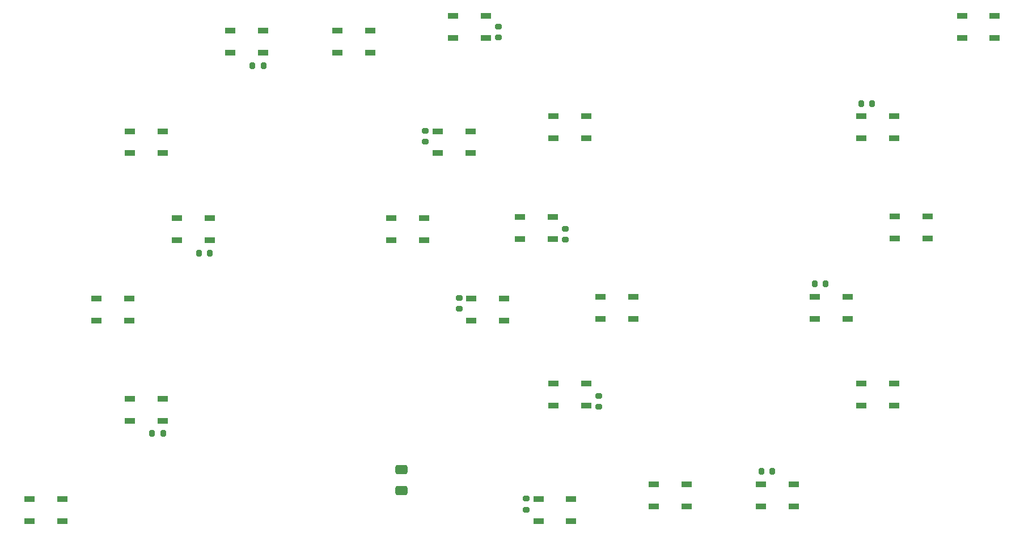
<source format=gbr>
%TF.GenerationSoftware,KiCad,Pcbnew,8.0.3*%
%TF.CreationDate,2024-12-20T11:05:53+01:00*%
%TF.ProjectId,christmas-tree,63687269-7374-46d6-9173-2d747265652e,rev?*%
%TF.SameCoordinates,Original*%
%TF.FileFunction,Paste,Top*%
%TF.FilePolarity,Positive*%
%FSLAX46Y46*%
G04 Gerber Fmt 4.6, Leading zero omitted, Abs format (unit mm)*
G04 Created by KiCad (PCBNEW 8.0.3) date 2024-12-20 11:05:53*
%MOMM*%
%LPD*%
G01*
G04 APERTURE LIST*
G04 Aperture macros list*
%AMRoundRect*
0 Rectangle with rounded corners*
0 $1 Rounding radius*
0 $2 $3 $4 $5 $6 $7 $8 $9 X,Y pos of 4 corners*
0 Add a 4 corners polygon primitive as box body*
4,1,4,$2,$3,$4,$5,$6,$7,$8,$9,$2,$3,0*
0 Add four circle primitives for the rounded corners*
1,1,$1+$1,$2,$3*
1,1,$1+$1,$4,$5*
1,1,$1+$1,$6,$7*
1,1,$1+$1,$8,$9*
0 Add four rect primitives between the rounded corners*
20,1,$1+$1,$2,$3,$4,$5,0*
20,1,$1+$1,$4,$5,$6,$7,0*
20,1,$1+$1,$6,$7,$8,$9,0*
20,1,$1+$1,$8,$9,$2,$3,0*%
G04 Aperture macros list end*
%ADD10RoundRect,0.200000X-0.275000X0.200000X-0.275000X-0.200000X0.275000X-0.200000X0.275000X0.200000X0*%
%ADD11R,1.500000X0.900000*%
%ADD12RoundRect,0.200000X0.200000X0.275000X-0.200000X0.275000X-0.200000X-0.275000X0.200000X-0.275000X0*%
%ADD13RoundRect,0.250000X-0.650000X0.412500X-0.650000X-0.412500X0.650000X-0.412500X0.650000X0.412500X0*%
%ADD14RoundRect,0.200000X0.275000X-0.200000X0.275000X0.200000X-0.275000X0.200000X-0.275000X-0.200000X0*%
%ADD15RoundRect,0.200000X-0.200000X-0.275000X0.200000X-0.275000X0.200000X0.275000X-0.200000X0.275000X0*%
G04 APERTURE END LIST*
D10*
%TO.C,C104*%
X119250000Y-89725000D03*
X119250000Y-91375000D03*
%TD*%
D11*
%TO.C,D134*%
X204250000Y-75850000D03*
X204250000Y-72550000D03*
X199350000Y-72550000D03*
X199350000Y-75850000D03*
%TD*%
D12*
%TO.C,C108*%
X87075000Y-108050000D03*
X85425000Y-108050000D03*
%TD*%
D13*
%TO.C,C124*%
X115650000Y-140387500D03*
X115650000Y-143512500D03*
%TD*%
D11*
%TO.C,D102*%
X131000000Y-118100000D03*
X131000000Y-114800000D03*
X126100000Y-114800000D03*
X126100000Y-118100000D03*
%TD*%
%TO.C,D132*%
X194250000Y-105850000D03*
X194250000Y-102550000D03*
X189350000Y-102550000D03*
X189350000Y-105850000D03*
%TD*%
%TO.C,D126*%
X150250000Y-117850000D03*
X150250000Y-114550000D03*
X145350000Y-114550000D03*
X145350000Y-117850000D03*
%TD*%
%TO.C,D103*%
X114100000Y-102800000D03*
X114100000Y-106100000D03*
X119000000Y-106100000D03*
X119000000Y-102800000D03*
%TD*%
%TO.C,D131*%
X182250000Y-117850000D03*
X182250000Y-114550000D03*
X177350000Y-114550000D03*
X177350000Y-117850000D03*
%TD*%
%TO.C,D111*%
X60100000Y-144800000D03*
X60100000Y-148100000D03*
X65000000Y-148100000D03*
X65000000Y-144800000D03*
%TD*%
%TO.C,D109*%
X70100000Y-114800000D03*
X70100000Y-118100000D03*
X75000000Y-118100000D03*
X75000000Y-114800000D03*
%TD*%
%TO.C,D104*%
X126000000Y-93100000D03*
X126000000Y-89800000D03*
X121100000Y-89800000D03*
X121100000Y-93100000D03*
%TD*%
D12*
%TO.C,C106*%
X95075000Y-80050000D03*
X93425000Y-80050000D03*
%TD*%
D11*
%TO.C,D129*%
X174250000Y-145850000D03*
X174250000Y-142550000D03*
X169350000Y-142550000D03*
X169350000Y-145850000D03*
%TD*%
%TO.C,D125*%
X133350000Y-102650000D03*
X133350000Y-105950000D03*
X138250000Y-105950000D03*
X138250000Y-102650000D03*
%TD*%
%TO.C,D130*%
X189250000Y-130850000D03*
X189250000Y-127550000D03*
X184350000Y-127550000D03*
X184350000Y-130850000D03*
%TD*%
%TO.C,D107*%
X75100000Y-89800000D03*
X75100000Y-93100000D03*
X80000000Y-93100000D03*
X80000000Y-89800000D03*
%TD*%
D14*
%TO.C,C116*%
X145100000Y-131025000D03*
X145100000Y-129375000D03*
%TD*%
%TO.C,C112*%
X130100000Y-75825000D03*
X130100000Y-74175000D03*
%TD*%
D11*
%TO.C,D127*%
X138350000Y-127550000D03*
X138350000Y-130850000D03*
X143250000Y-130850000D03*
X143250000Y-127550000D03*
%TD*%
D10*
%TO.C,C101*%
X134250000Y-144725000D03*
X134250000Y-146375000D03*
%TD*%
D11*
%TO.C,D133*%
X189250000Y-90850000D03*
X189250000Y-87550000D03*
X184350000Y-87550000D03*
X184350000Y-90850000D03*
%TD*%
%TO.C,D108*%
X82100000Y-102800000D03*
X82100000Y-106100000D03*
X87000000Y-106100000D03*
X87000000Y-102800000D03*
%TD*%
%TO.C,D124*%
X143250000Y-90850000D03*
X143250000Y-87550000D03*
X138350000Y-87550000D03*
X138350000Y-90850000D03*
%TD*%
D15*
%TO.C,C120*%
X177375000Y-112600000D03*
X179025000Y-112600000D03*
%TD*%
%TO.C,C122*%
X184275000Y-85700000D03*
X185925000Y-85700000D03*
%TD*%
D11*
%TO.C,D110*%
X75100000Y-129800000D03*
X75100000Y-133100000D03*
X80000000Y-133100000D03*
X80000000Y-129800000D03*
%TD*%
%TO.C,D101*%
X141000000Y-148100000D03*
X141000000Y-144800000D03*
X136100000Y-144800000D03*
X136100000Y-148100000D03*
%TD*%
%TO.C,D128*%
X158250000Y-145850000D03*
X158250000Y-142550000D03*
X153350000Y-142550000D03*
X153350000Y-145850000D03*
%TD*%
%TO.C,D105*%
X106100000Y-74800000D03*
X106100000Y-78100000D03*
X111000000Y-78100000D03*
X111000000Y-74800000D03*
%TD*%
D14*
%TO.C,C114*%
X140100000Y-106025000D03*
X140100000Y-104375000D03*
%TD*%
D12*
%TO.C,C110*%
X80075000Y-134950000D03*
X78425000Y-134950000D03*
%TD*%
D15*
%TO.C,C118*%
X169375000Y-140600000D03*
X171025000Y-140600000D03*
%TD*%
D11*
%TO.C,D106*%
X90100000Y-74800000D03*
X90100000Y-78100000D03*
X95000000Y-78100000D03*
X95000000Y-74800000D03*
%TD*%
D10*
%TO.C,C102*%
X124250000Y-114725000D03*
X124250000Y-116375000D03*
%TD*%
D11*
%TO.C,D123*%
X123350000Y-72550000D03*
X123350000Y-75850000D03*
X128250000Y-75850000D03*
X128250000Y-72550000D03*
%TD*%
M02*

</source>
